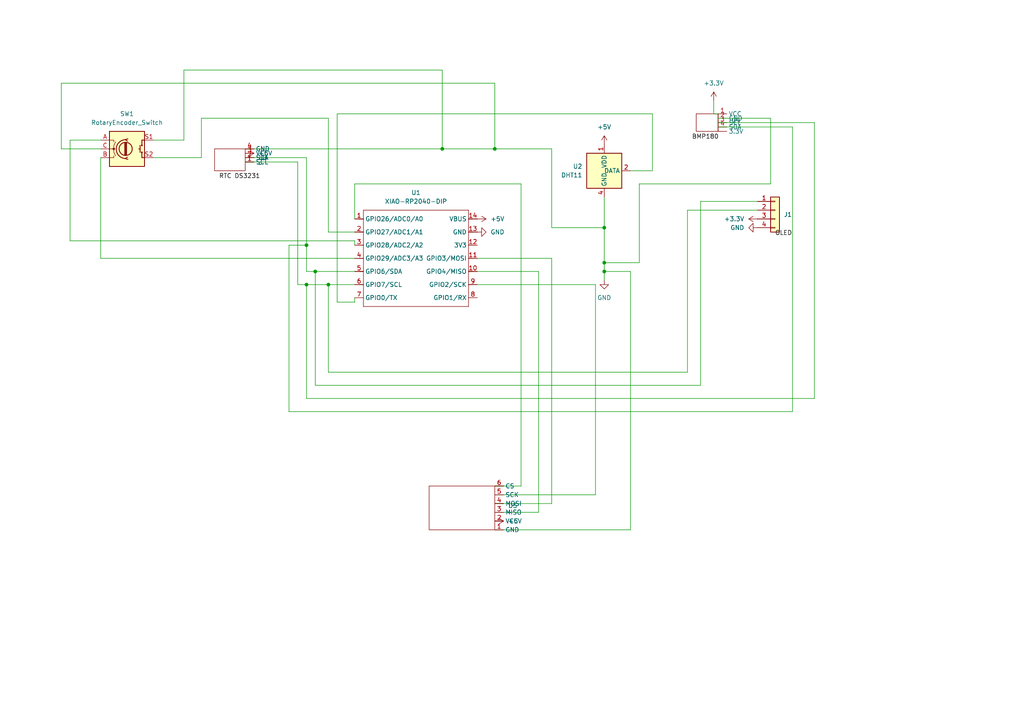
<source format=kicad_sch>
(kicad_sch (version 20250114) (generator "eeschema") (generator_version "9.0")
  (paper "A4")
  (lib_symbols
    (symbol "BMP:BMP180"
      (property "Reference" "U" (at 0 0 0))
      (symbol "BMP180_0_1"
        (rectangle (start 0 5.08) (end 0 0))
        (rectangle (start 0 0) (end -6.35 5.08))
      )
      (symbol "BMP180_1_1"
        (pin input line (at 0 5.08 0) (length 2.54) (name "VCC") (number "1"))
        (pin input line (at 0 3.81 0) (length 2.54) (name "GND") (number "2"))
        (pin input line (at 0 2.54 0) (length 2.54) (name "SCL") (number "3"))
        (pin input line (at 0 1.27 0) (length 2.54) (name "SDA") (number "4"))
        (pin input line (at 0 0 0) (length 2.54) (name "3.3V") (number ""))
      )
    )
    (symbol "Device:RotaryEncoder_Switch" (pin_names (offset 0.254) (hide yes))
      (property "Reference" "SW" (at 0 6.604 0))
      (property "Value" "RotaryEncoder_Switch" (at 0 -6.604 0))
      (symbol "RotaryEncoder_Switch_0_1"
        (rectangle (start -5.08 5.08) (end 5.08 -5.08) (stroke (width 0.254)) (fill (type background)))
        (polyline (pts (xy -5.08 2.54) (xy -3.81 2.54) (xy -3.81 2.032)))
        (polyline (pts (xy -5.08 0) (xy -3.81 0) (xy -3.81 -1.016) (xy -3.302 -2.032)))
        (polyline (pts (xy -5.08 -2.54) (xy -3.81 -2.54) (xy -3.81 -2.032)))
        (polyline (pts (xy -4.318 0) (xy -3.81 0) (xy -3.81 1.016) (xy -3.302 2.032)))
        (circle (center -3.81 0) (radius 0.254) (fill (type outline)))
        (polyline (pts (xy -0.635 -1.778) (xy -0.635 1.778)) (stroke (width 0.254)))
        (circle (center -0.381 0) (radius 1.905) (stroke (width 0.254)))
        (polyline (pts (xy -0.381 -1.778) (xy -0.381 1.778)) (stroke (width 0.254)))
        (arc (start -0.381 -2.794) (mid -3.0988 -0.0635) (end -0.381 2.667) (stroke (width 0.254)))
        (polyline (pts (xy -0.127 1.778) (xy -0.127 -1.778)) (stroke (width 0.254)))
        (polyline (pts (xy 0.254 2.921) (xy -0.508 2.667) (xy 0.127 2.286)) (stroke (width 0.254)))
        (polyline (pts (xy 0.254 -3.048) (xy -0.508 -2.794) (xy 0.127 -2.413)) (stroke (width 0.254)))
        (polyline (pts (xy 3.81 1.016) (xy 3.81 -1.016)) (stroke (width 0.254)))
        (polyline (pts (xy 3.81 0) (xy 3.429 0)) (stroke (width 0.254)))
        (circle (center 4.318 1.016) (radius 0.127) (stroke (width 0.254)))
        (circle (center 4.318 -1.016) (radius 0.127) (stroke (width 0.254)))
        (polyline (pts (xy 5.08 2.54) (xy 4.318 2.54) (xy 4.318 1.016)) (stroke (width 0.254)))
        (polyline (pts (xy 5.08 -2.54) (xy 4.318 -2.54) (xy 4.318 -1.016)) (stroke (width 0.254)))
      )
      (symbol "RotaryEncoder_Switch_1_1"
        (pin passive line (at -7.62 2.54 0) (length 2.54) (name "A") (number "A"))
        (pin passive line (at -7.62 0 0) (length 2.54) (name "C") (number "C"))
        (pin passive line (at -7.62 -2.54 0) (length 2.54) (name "B") (number "B"))
        (pin passive line (at 7.62 2.54 180) (length 2.54) (name "S1") (number "S1"))
        (pin passive line (at 7.62 -2.54 180) (length 2.54) (name "S2") (number "S2"))
      )
    )
    (symbol "OLED:Conn_01x04" (pin_names (offset 1.016) (hide yes))
      (property "Reference" "J" (at 0 5.08 0))
      (symbol "Conn_01x04_1_1"
        (rectangle (start -1.27 3.81) (end 1.27 -6.35) (stroke (width 0.254)) (fill (type background)))
        (rectangle (start -1.27 2.667) (end 0 2.413) (stroke (width 0.1524)))
        (rectangle (start -1.27 0.127) (end 0 -0.127) (stroke (width 0.1524)))
        (rectangle (start -1.27 -2.413) (end 0 -2.667) (stroke (width 0.1524)))
        (rectangle (start -1.27 -4.953) (end 0 -5.207) (stroke (width 0.1524)))
        (pin passive line (at -5.08 2.54 0) (length 3.81) (name "Pin_1") (number "1"))
        (pin passive line (at -5.08 0 0) (length 3.81) (name "Pin_2") (number "2"))
        (pin passive line (at -5.08 -2.54 0) (length 3.81) (name "VCC") (number "3"))
        (pin passive line (at -5.08 -5.08 0) (length 3.81) (name "GND") (number "4"))
      )
    )
    (symbol "OPL:XIAO-RP2040-DIP"
      (property "Reference" "U" (at 0 0 0))
      (property "Value" "XIAO-RP2040-DIP" (at 5.334 -1.778 0))
      (symbol "XIAO-RP2040-DIP_1_0"
        (polyline (pts (xy -1.27 -2.54) (xy 29.21 -2.54)) (stroke (width 0.1524)))
        (polyline (pts (xy -1.27 -5.08) (xy -2.54 -5.08)) (stroke (width 0.1524)))
        (polyline (pts (xy -1.27 -5.08) (xy -1.27 -2.54)) (stroke (width 0.1524)))
        (polyline (pts (xy -1.27 -8.89) (xy -2.54 -8.89)) (stroke (width 0.1524)))
        (polyline (pts (xy -1.27 -8.89) (xy -1.27 -5.08)) (stroke (width 0.1524)))
        (polyline (pts (xy -1.27 -12.7) (xy -2.54 -12.7)) (stroke (width 0.1524)))
        (polyline (pts (xy -1.27 -12.7) (xy -1.27 -8.89)) (stroke (width 0.1524)))
        (polyline (pts (xy -1.27 -16.51) (xy -2.54 -16.51)) (stroke (width 0.1524)))
        (polyline (pts (xy -1.27 -16.51) (xy -1.27 -12.7)) (stroke (width 0.1524)))
        (polyline (pts (xy -1.27 -20.32) (xy -2.54 -20.32)) (stroke (width 0.1524)))
        (polyline (pts (xy -1.27 -24.13) (xy -2.54 -24.13)) (stroke (width 0.1524)))
        (polyline (pts (xy -1.27 -27.94) (xy -2.54 -27.94)) (stroke (width 0.1524)))
        (polyline (pts (xy -1.27 -30.48) (xy -1.27 -16.51)) (stroke (width 0.1524)))
        (polyline (pts (xy 29.21 -2.54) (xy 29.21 -5.08)) (stroke (width 0.1524)))
        (polyline (pts (xy 29.21 -5.08) (xy 29.21 -8.89)) (stroke (width 0.1524)))
        (polyline (pts (xy 29.21 -8.89) (xy 29.21 -12.7)) (stroke (width 0.1524)))
        (polyline (pts (xy 29.21 -12.7) (xy 29.21 -30.48)) (stroke (width 0.1524)))
        (polyline (pts (xy 29.21 -30.48) (xy -1.27 -30.48)) (stroke (width 0.1524)))
        (polyline (pts (xy 30.48 -5.08) (xy 29.21 -5.08)) (stroke (width 0.1524)))
        (polyline (pts (xy 30.48 -8.89) (xy 29.21 -8.89)) (stroke (width 0.1524)))
        (polyline (pts (xy 30.48 -12.7) (xy 29.21 -12.7)) (stroke (width 0.1524)))
        (polyline (pts (xy 30.48 -16.51) (xy 29.21 -16.51)) (stroke (width 0.1524)))
        (polyline (pts (xy 30.48 -20.32) (xy 29.21 -20.32)) (stroke (width 0.1524)))
        (polyline (pts (xy 30.48 -24.13) (xy 29.21 -24.13)) (stroke (width 0.1524)))
        (polyline (pts (xy 30.48 -27.94) (xy 29.21 -27.94)) (stroke (width 0.1524)))
        (pin passive line (at -3.81 -5.08 0) (length 2.54) (name "GPIO26/ADC0/A0") (number "1"))
        (pin passive line (at -3.81 -8.89 0) (length 2.54) (name "GPIO27/ADC1/A1") (number "2"))
        (pin passive line (at -3.81 -12.7 0) (length 2.54) (name "GPIO28/ADC2/A2") (number "3"))
        (pin passive line (at -3.81 -16.51 0) (length 2.54) (name "GPIO29/ADC3/A3") (number "4"))
        (pin passive line (at -3.81 -20.32 0) (length 2.54) (name "GPIO6/SDA") (number "5"))
        (pin passive line (at -3.81 -24.13 0) (length 2.54) (name "GPIO7/SCL") (number "6"))
        (pin passive line (at -3.81 -27.94 0) (length 2.54) (name "GPIO0/TX") (number "7"))
        (pin passive line (at 31.75 -5.08 180) (length 2.54) (name "VBUS") (number "14"))
        (pin passive line (at 31.75 -8.89 180) (length 2.54) (name "GND") (number "13"))
        (pin passive line (at 31.75 -12.7 180) (length 2.54) (name "3V3") (number "12"))
        (pin passive line (at 31.75 -16.51 180) (length 2.54) (name "GPIO3/MOSI") (number "11"))
        (pin passive line (at 31.75 -20.32 180) (length 2.54) (name "GPIO4/MISO") (number "10"))
        (pin passive line (at 31.75 -24.13 180) (length 2.54) (name "GPIO2/SCK") (number "9"))
        (pin passive line (at 31.75 -27.94 180) (length 2.54) (name "GPIO1/RX") (number "8"))
      )
    )
    (symbol "RTC:RTC_DS3231"
      (property "Reference" "U" (at 0 0 0))
      (symbol "RTC_DS3231_0_1"
        (rectangle (start 0 0) (end -8.89 6.35))
      )
      (symbol "RTC_DS3231_1_1"
        (pin input line (at 0 6.35 0) (length 2.54) (name "GND") (number "4"))
        (pin input line (at 0 5.08 0) (length 2.54) (name "VCC") (number "3"))
        (pin input line (at 0 3.81 0) (length 2.54) (name "SDA") (number "2"))
        (pin input line (at 0 2.54 0) (length 2.54) (name "SCL") (number "1"))
      )
    )
    (symbol "SDReader:SDReader"
      (property "Reference" "U" (at 0 0 0))
      (symbol "SDReader_0_1"
        (rectangle (start 0 0) (end -19.05 12.7))
      )
      (symbol "SDReader_1_1"
        (pin output line (at 0 12.7 0) (length 2.54) (name "CS") (number "6"))
        (pin output line (at 0 10.16 0) (length 2.54) (name "SCK") (number "5"))
        (pin output line (at 0 7.62 0) (length 2.54) (name "MOSI") (number "4"))
        (pin input line (at 0 5.08 0) (length 2.54) (name "MISO") (number "3"))
        (pin power_in line (at 0 2.54 0) (length 2.54) (name "VCC") (number "2"))
        (pin power_in line (at 0 0 0) (length 2.54) (name "GND") (number "1"))
      )
    )
    (symbol "Sensor:DHT11"
      (property "Reference" "U" (at -3.81 6.35 0))
      (property "Value" "DHT11" (at 3.81 6.35 0))
      (symbol "DHT11_0_1"
        (rectangle (start -5.08 5.08) (end 5.08 -5.08) (stroke (width 0.254)) (fill (type background)))
      )
      (symbol "DHT11_1_1"
        (pin no_connect line (at -5.08 0 0) (length 2.54) (hide yes) (name "NC") (number "3"))
        (pin power_in line (at 0 7.62 270) (length 2.54) (name "VDD") (number "1"))
        (pin power_in line (at 0 -7.62 90) (length 2.54) (name "GND") (number "4"))
        (pin bidirectional line (at 7.62 0 180) (length 2.54) (name "DATA") (number "2"))
      )
    )
    (symbol "power:+3.3V" (power) (pin_numbers (hide yes)) (pin_names (offset 0) (hide yes))
      (property "Value" "+3.3V" (at 0 3.556 0))
      (symbol "+3.3V_0_1"
        (polyline (pts (xy -0.762 1.27) (xy 0 2.54)))
        (polyline (pts (xy 0 2.54) (xy 0.762 1.27)))
        (polyline (pts (xy 0 0) (xy 0 2.54)))
      )
      (symbol "+3.3V_1_1"
        (pin power_in line (at 0 0 90) (length 0) (name "~") (number "1"))
      )
    )
    (symbol "power:+5V" (power) (pin_numbers (hide yes)) (pin_names (offset 0) (hide yes))
      (property "Value" "+5V" (at 0 3.556 0))
      (symbol "+5V_0_1"
        (polyline (pts (xy -0.762 1.27) (xy 0 2.54)))
        (polyline (pts (xy 0 2.54) (xy 0.762 1.27)))
        (polyline (pts (xy 0 0) (xy 0 2.54)))
      )
      (symbol "+5V_1_1"
        (pin power_in line (at 0 0 90) (length 0) (name "~") (number "1"))
      )
    )
    (symbol "power:GND" (power) (pin_numbers (hide yes)) (pin_names (offset 0) (hide yes))
      (property "Value" "GND" (at 0 -3.81 0))
      (symbol "GND_0_1"
        (polyline (pts (xy 0 0) (xy 0 -1.27) (xy 1.27 -1.27) (xy 0 -2.54) (xy -1.27 -1.27) (xy 0 -1.27)))
      )
      (symbol "GND_1_1"
        (pin power_in line (at 0 0 270) (length 0) (name "~") (number "1"))
      )
    )
  )
  (junction (at 175.26 76.2))
  (junction (at 128.27 43.18))
  (junction (at 88.9 82.55))
  (junction (at 143.51 43.18))
  (junction (at 88.9 71.12))
  (junction (at 175.26 78.74))
  (junction (at 175.26 66.04))
  (junction (at 91.44 78.74))
  (junction (at 95.25 82.55))
  (wire (pts (xy 151.13 140.97) (xy 151.13 53.34)))
  (wire (pts (xy 156.21 78.74) (xy 138.43 78.74)))
  (wire (pts (xy 53.34 20.32) (xy 53.34 40.64)))
  (wire (pts (xy 172.72 82.55) (xy 138.43 82.55)))
  (wire (pts (xy 143.51 43.18) (xy 160.02 43.18)))
  (wire (pts (xy 203.2 111.76) (xy 91.44 111.76)))
  (wire (pts (xy 17.78 24.13) (xy 143.51 24.13)))
  (wire (pts (xy 86.36 46.99) (xy 86.36 82.55)))
  (wire (pts (xy 44.45 45.72) (xy 58.42 45.72)))
  (wire (pts (xy 143.51 24.13) (xy 143.51 43.18)))
  (wire (pts (xy 91.44 78.74) (xy 102.87 78.74)))
  (wire (pts (xy 102.87 69.85) (xy 102.87 71.12)))
  (wire (pts (xy 223.52 53.34) (xy 185.42 53.34)))
  (wire (pts (xy 95.25 82.55) (xy 102.87 82.55)))
  (wire (pts (xy 102.87 87.63) (xy 102.87 86.36)))
  (wire (pts (xy 102.87 53.34) (xy 102.87 63.5)))
  (wire (pts (xy 236.22 35.56) (xy 236.22 115.57)))
  (wire (pts (xy 88.9 78.74) (xy 91.44 78.74)))
  (wire (pts (xy 175.26 76.2) (xy 175.26 78.74)))
  (wire (pts (xy 160.02 66.04) (xy 175.26 66.04)))
  (wire (pts (xy 95.25 34.29) (xy 95.25 67.31)))
  (wire (pts (xy 143.51 143.51) (xy 172.72 143.51)))
  (wire (pts (xy 29.21 43.18) (xy 17.78 43.18)))
  (wire (pts (xy 97.79 87.63) (xy 102.87 87.63)))
  (wire (pts (xy 182.88 153.67) (xy 182.88 78.74)))
  (wire (pts (xy 185.42 53.34) (xy 185.42 76.2)))
  (wire (pts (xy 175.26 66.04) (xy 175.26 76.2)))
  (wire (pts (xy 88.9 45.72) (xy 88.9 71.12)))
  (wire (pts (xy 128.27 43.18) (xy 143.51 43.18)))
  (wire (pts (xy 95.25 67.31) (xy 102.87 67.31)))
  (wire (pts (xy 172.72 143.51) (xy 172.72 82.55)))
  (wire (pts (xy 208.28 34.29) (xy 223.52 34.29)))
  (wire (pts (xy 29.21 74.93) (xy 102.87 74.93)))
  (wire (pts (xy 83.82 119.38) (xy 83.82 71.12)))
  (wire (pts (xy 29.21 45.72) (xy 29.21 74.93)))
  (wire (pts (xy 97.79 33.02) (xy 97.79 87.63)))
  (wire (pts (xy 208.28 36.83) (xy 229.87 36.83)))
  (wire (pts (xy 71.12 45.72) (xy 88.9 45.72)))
  (wire (pts (xy 53.34 20.32) (xy 128.27 20.32)))
  (wire (pts (xy 236.22 115.57) (xy 88.9 115.57)))
  (wire (pts (xy 88.9 82.55) (xy 95.25 82.55)))
  (wire (pts (xy 151.13 53.34) (xy 102.87 53.34)))
  (wire (pts (xy 83.82 71.12) (xy 88.9 71.12)))
  (wire (pts (xy 58.42 34.29) (xy 95.25 34.29)))
  (wire (pts (xy 219.71 60.96) (xy 199.39 60.96)))
  (wire (pts (xy 143.51 148.59) (xy 156.21 148.59)))
  (wire (pts (xy 160.02 74.93) (xy 138.43 74.93)))
  (wire (pts (xy 223.52 34.29) (xy 223.52 53.34)))
  (wire (pts (xy 207.01 29.21) (xy 207.01 33.02)))
  (wire (pts (xy 91.44 111.76) (xy 91.44 78.74)))
  (wire (pts (xy 95.25 107.95) (xy 95.25 82.55)))
  (wire (pts (xy 86.36 82.55) (xy 88.9 82.55)))
  (wire (pts (xy 189.23 49.53) (xy 189.23 33.02)))
  (wire (pts (xy 182.88 49.53) (xy 189.23 49.53)))
  (wire (pts (xy 71.12 46.99) (xy 86.36 46.99)))
  (wire (pts (xy 143.51 140.97) (xy 151.13 140.97)))
  (wire (pts (xy 219.71 58.42) (xy 203.2 58.42)))
  (wire (pts (xy 175.26 78.74) (xy 175.26 81.28)))
  (wire (pts (xy 229.87 119.38) (xy 83.82 119.38)))
  (wire (pts (xy 17.78 43.18) (xy 17.78 24.13)))
  (wire (pts (xy 199.39 60.96) (xy 199.39 107.95)))
  (wire (pts (xy 189.23 33.02) (xy 97.79 33.02)))
  (wire (pts (xy 143.51 153.67) (xy 182.88 153.67)))
  (wire (pts (xy 208.28 35.56) (xy 236.22 35.56)))
  (wire (pts (xy 229.87 36.83) (xy 229.87 119.38)))
  (wire (pts (xy 71.12 43.18) (xy 128.27 43.18)))
  (wire (pts (xy 143.51 146.05) (xy 160.02 146.05)))
  (wire (pts (xy 20.32 69.85) (xy 102.87 69.85)))
  (wire (pts (xy 203.2 58.42) (xy 203.2 111.76)))
  (wire (pts (xy 156.21 148.59) (xy 156.21 78.74)))
  (wire (pts (xy 207.01 33.02) (xy 208.28 33.02)))
  (wire (pts (xy 20.32 40.64) (xy 20.32 69.85)))
  (wire (pts (xy 53.34 40.64) (xy 44.45 40.64)))
  (wire (pts (xy 88.9 71.12) (xy 88.9 78.74)))
  (wire (pts (xy 185.42 76.2) (xy 175.26 76.2)))
  (wire (pts (xy 160.02 43.18) (xy 160.02 66.04)))
  (wire (pts (xy 199.39 107.95) (xy 95.25 107.95)))
  (wire (pts (xy 88.9 115.57) (xy 88.9 82.55)))
  (wire (pts (xy 182.88 78.74) (xy 175.26 78.74)))
  (wire (pts (xy 175.26 57.15) (xy 175.26 66.04)))
  (wire (pts (xy 58.42 45.72) (xy 58.42 34.29)))
  (wire (pts (xy 128.27 20.32) (xy 128.27 43.18)))
  (wire (pts (xy 29.21 40.64) (xy 20.32 40.64)))
  (wire (pts (xy 160.02 146.05) (xy 160.02 74.93)))
  (label "RTC DS3231" (at 63.5 52.07 0))
  (label "BMP180" (at 200.66 40.64 0))
  (label "OLED" (at 224.79 68.58 0))
  (symbol (lib_id "power:+5V") (at 143.51 151.13 270) (unit 1)
    (property "Reference" "#PWR08" (effects (hide yes)))
    (property "Value" "+5V" (at 147.32 151.1299 90) (effects (justify left)))
    (property "Description" "Power symbol creates a global label with name \"+5V\"" (effects (hide yes)))
  )
  (symbol (lib_id "power:+3.3V") (at 207.01 29.21 0) (unit 1)
    (property "Reference" "#PWR010" (effects (hide yes)))
    (property "Value" "+3.3V" (at 207.01 24.13 0))
    (property "Description" "Power symbol creates a global label with name \"+3.3V\"" (effects (hide yes)))
  )
  (symbol (lib_id "power:+5V") (at 138.43 63.5 270) (unit 1)
    (property "Reference" "#PWR01" (effects (hide yes)))
    (property "Value" "+5V" (at 142.24 63.4999 90) (effects (justify left)))
    (property "Description" "Power symbol creates a global label with name \"+5V\"" (effects (hide yes)))
  )
  (symbol (lib_id "power:GND") (at 219.71 66.04 270) (unit 1)
    (property "Reference" "#PWR06" (effects (hide yes)))
    (property "Value" "GND" (at 215.9 66.0399 90) (effects (justify right)))
    (property "Description" "Power symbol creates a global label with name \"GND\" , ground" (effects (hide yes)))
  )
  (symbol (lib_id "SDReader:SDReader") (at 143.51 153.67 0) (unit 1)
    (property "Reference" "U5" (at 147.32 146.6849 0) (effects (justify left)))
    (property "Value" "~" (at 147.32 148.59 0) (effects (justify left)))
    (property "Footprint" "SDReader:Untitled" (effects (hide yes)))
  )
  (symbol (lib_id "power:GND") (at 175.26 81.28 0) (unit 1)
    (property "Reference" "#PWR03" (effects (hide yes)))
    (property "Value" "GND" (at 175.26 86.36 0))
    (property "Description" "Power symbol creates a global label with name \"GND\" , ground" (effects (hide yes)))
  )
  (symbol (lib_id "OLED:Conn_01x04") (at 224.79 60.96 0) (unit 1)
    (property "Reference" "J1" (at 227.33 62.2299 0) (effects (justify left)))
    (property "Value" "OLED Display" (effects (hide yes)))
    (property "Footprint" "Library:128x64OLED" (effects (hide yes)))
    (property "Description" "Generic connector, single row, 01x04, script generated (kicad-library-utils/schlib/autogen/connector/)" (effects (hide yes)))
  )
  (symbol (lib_id "power:+3.3V") (at 219.71 63.5 90) (unit 1)
    (property "Reference" "#PWR05" (effects (hide yes)))
    (property "Value" "+3.3V" (at 215.9 63.4999 90) (effects (justify left)))
    (property "Description" "Power symbol creates a global label with name \"+3.3V\"" (effects (hide yes)))
  )
  (symbol (lib_id "BMP:BMP180") (at 208.28 38.1 0) (unit 1)
    (property "Reference" "U4" (at 212.09 34.9249 0) (effects (justify left)))
    (property "Value" "~" (at 212.09 36.83 0) (effects (justify left)))
    (property "Footprint" "SPARK:Untitled" (effects (hide yes)))
  )
  (symbol (lib_id "power:+5V") (at 175.26 41.91 0) (unit 1)
    (property "Reference" "#PWR04" (effects (hide yes)))
    (property "Value" "+5V" (at 175.26 36.83 0))
    (property "Description" "Power symbol creates a global label with name \"+5V\"" (effects (hide yes)))
  )
  (symbol (lib_id "RTC:RTC_DS3231") (at 71.12 49.53 0) (unit 1)
    (property "Reference" "U3" (at 74.93 45.7199 0) (effects (justify left)))
    (property "Value" "~" (at 74.93 47.625 0) (effects (justify left)))
    (property "Footprint" "LARGE:RTC_DS3231" (effects (hide yes)))
  )
  (symbol (lib_id "Device:RotaryEncoder_Switch") (at 36.83 43.18 0) (unit 1)
    (property "Reference" "SW1" (at 36.83 33.02 0))
    (property "Value" "RotaryEncoder_Switch" (at 36.83 35.56 0))
    (property "Footprint" "Rotary_Encoder:RotaryEncoder_Alps_EC11E-Switch_Vertical_H20mm" (effects (hide yes)))
    (property "Description" "Rotary encoder, dual channel, incremental quadrate outputs, with switch" (effects (hide yes)))
  )
  (symbol (lib_id "power:GND") (at 138.43 67.31 90) (unit 1)
    (property "Reference" "#PWR02" (effects (hide yes)))
    (property "Value" "GND" (at 142.24 67.3099 90) (effects (justify right)))
    (property "Description" "Power symbol creates a global label with name \"GND\" , ground" (effects (hide yes)))
  )
  (symbol (lib_id "Sensor:DHT11") (at 175.26 49.53 0) (unit 1)
    (property "Reference" "U2" (at 168.91 48.2599 0) (effects (justify right)))
    (property "Value" "DHT11" (at 168.91 50.7999 0) (effects (justify right)))
    (property "Footprint" "Sensor:Aosong_DHT11_5.5x12.0_P2.54mm" (effects (hide yes)))
    (property "Datasheet" "http://akizukidenshi.com/download/ds/aosong/DHT11.pdf" (effects (hide yes)))
    (property "Description" "3.3V to 5.5V, temperature and humidity module, DHT11" (effects (hide yes)))
  )
  (symbol (lib_id "OPL:XIAO-RP2040-DIP") (at 106.68 58.42 0) (unit 1)
    (property "Reference" "U1" (at 120.65 55.88 0))
    (property "Value" "XIAO-RP2040-DIP" (at 120.65 58.42 0))
    (property "Footprint" "Module:MOUDLE14P-XIAO-DIP-SMD" (effects (hide yes)))
  )
  (symbol (lib_id "power:+5V") (at 71.12 44.45 270) (unit 1)
    (property "Reference" "#PWR07" (effects (hide yes)))
    (property "Value" "+5V" (at 74.93 44.4499 90) (effects (justify left)))
    (property "Description" "Power symbol creates a global label with name \"+5V\"" (effects (hide yes)))
  )
)
</source>
